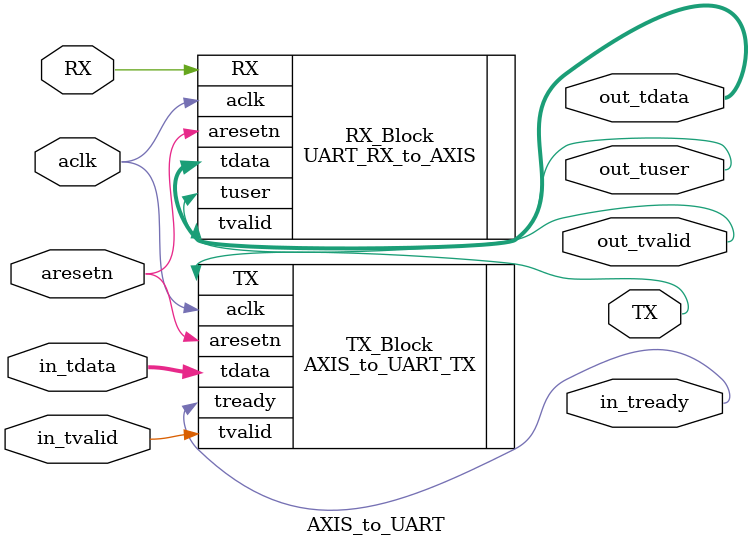
<source format=v>
`timescale 1ns / 1ps


module AXIS_to_UART
#(
    parameter CLK_FREQ = 100,       // òàêòîâàÿ ÷àñòîòà â MHz
    parameter BIT_RATE = 115200,    // ñêîðîñòü äàííûõ â áèò/ñ
    parameter BIT_PER_WORD = 8,     // ÷èñëî áèò â îäíîì ñëîâå äàííûõ
    parameter PARITY_BIT = 0,       // áèò ÷åòñíîñòè: 0 - none, 1 - odd, 2 - even
    parameter STOP_BITS_NUM = 1     // ÷èñëî ñòîï-áèò: 1 èëè 2
)
(
    input  aclk, aresetn,
    // input axi-stream èíòåðôåéñ
    input  [7:0] in_tdata,
    input  in_tvalid,
    output in_tready,
    // output axi-stream èíòåðôåéñ
    output  [7:0] out_tdata,
    output  out_tuser,
    output  out_tvalid,
    //  uart èíòåðôåéñ     
    input RX,
    output TX   
    );
    
    AXIS_to_UART_TX
    #(
        .CLK_FREQ(CLK_FREQ),       
        .BIT_RATE(BIT_RATE),    
        .BIT_PER_WORD(BIT_PER_WORD),     
        .PARITY_BIT(PARITY_BIT),       
        .STOP_BITS_NUM(STOP_BITS_NUM)    
    )
    TX_Block
    (
        //  axi-stream èíòåðôåéñ
        .aclk(aclk), 
        .aresetn(aresetn),
        .tdata(in_tdata), 
        .tvalid(in_tvalid),
        .tready(in_tready),
        //  uart èíòåðôåéñ    
        .TX(TX)  
    );
     
    UART_RX_to_AXIS
    #(
        .CLK_FREQ(CLK_FREQ),       
        .BIT_RATE(BIT_RATE),    
        .BIT_PER_WORD(BIT_PER_WORD),     
        .PARITY_BIT(PARITY_BIT),       
        .STOP_BITS_NUM(STOP_BITS_NUM)    
    )
    RX_Block
    (
        //  axi-stream èíòåðôåéñ
        .aclk(aclk), 
        .aresetn(aresetn),
        .tdata(out_tdata), 
        .tuser(out_tuser),
        .tvalid(out_tvalid),
        //  uart èíòåðôåéñ    
        .RX(RX)    
    );    
endmodule

</source>
